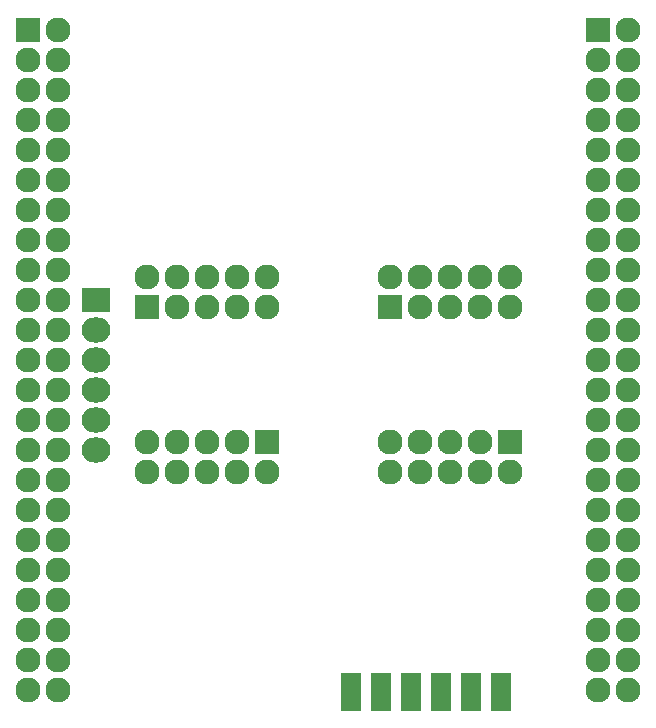
<source format=gbs>
G04 #@! TF.FileFunction,Soldermask,Bot*
%FSLAX46Y46*%
G04 Gerber Fmt 4.6, Leading zero omitted, Abs format (unit mm)*
G04 Created by KiCad (PCBNEW 4.0.3-stable) date 11/17/16 00:27:15*
%MOMM*%
%LPD*%
G01*
G04 APERTURE LIST*
%ADD10C,0.100000*%
%ADD11R,2.127200X2.127200*%
%ADD12O,2.127200X2.127200*%
%ADD13R,2.432000X2.127200*%
%ADD14O,2.432000X2.127200*%
%ADD15R,1.695400X3.194000*%
G04 APERTURE END LIST*
D10*
D11*
X126365000Y-95885000D03*
D12*
X128905000Y-95885000D03*
X126365000Y-98425000D03*
X128905000Y-98425000D03*
X126365000Y-100965000D03*
X128905000Y-100965000D03*
X126365000Y-103505000D03*
X128905000Y-103505000D03*
X126365000Y-106045000D03*
X128905000Y-106045000D03*
X126365000Y-108585000D03*
X128905000Y-108585000D03*
X126365000Y-111125000D03*
X128905000Y-111125000D03*
X126365000Y-113665000D03*
X128905000Y-113665000D03*
X126365000Y-116205000D03*
X128905000Y-116205000D03*
X126365000Y-118745000D03*
X128905000Y-118745000D03*
X126365000Y-121285000D03*
X128905000Y-121285000D03*
X126365000Y-123825000D03*
X128905000Y-123825000D03*
X126365000Y-126365000D03*
X128905000Y-126365000D03*
X126365000Y-128905000D03*
X128905000Y-128905000D03*
X126365000Y-131445000D03*
X128905000Y-131445000D03*
X126365000Y-133985000D03*
X128905000Y-133985000D03*
X126365000Y-136525000D03*
X128905000Y-136525000D03*
X126365000Y-139065000D03*
X128905000Y-139065000D03*
X126365000Y-141605000D03*
X128905000Y-141605000D03*
X126365000Y-144145000D03*
X128905000Y-144145000D03*
X126365000Y-146685000D03*
X128905000Y-146685000D03*
X126365000Y-149225000D03*
X128905000Y-149225000D03*
X126365000Y-151765000D03*
X128905000Y-151765000D03*
D11*
X78105000Y-95885000D03*
D12*
X80645000Y-95885000D03*
X78105000Y-98425000D03*
X80645000Y-98425000D03*
X78105000Y-100965000D03*
X80645000Y-100965000D03*
X78105000Y-103505000D03*
X80645000Y-103505000D03*
X78105000Y-106045000D03*
X80645000Y-106045000D03*
X78105000Y-108585000D03*
X80645000Y-108585000D03*
X78105000Y-111125000D03*
X80645000Y-111125000D03*
X78105000Y-113665000D03*
X80645000Y-113665000D03*
X78105000Y-116205000D03*
X80645000Y-116205000D03*
X78105000Y-118745000D03*
X80645000Y-118745000D03*
X78105000Y-121285000D03*
X80645000Y-121285000D03*
X78105000Y-123825000D03*
X80645000Y-123825000D03*
X78105000Y-126365000D03*
X80645000Y-126365000D03*
X78105000Y-128905000D03*
X80645000Y-128905000D03*
X78105000Y-131445000D03*
X80645000Y-131445000D03*
X78105000Y-133985000D03*
X80645000Y-133985000D03*
X78105000Y-136525000D03*
X80645000Y-136525000D03*
X78105000Y-139065000D03*
X80645000Y-139065000D03*
X78105000Y-141605000D03*
X80645000Y-141605000D03*
X78105000Y-144145000D03*
X80645000Y-144145000D03*
X78105000Y-146685000D03*
X80645000Y-146685000D03*
X78105000Y-149225000D03*
X80645000Y-149225000D03*
X78105000Y-151765000D03*
X80645000Y-151765000D03*
D13*
X83820000Y-118745000D03*
D14*
X83820000Y-121285000D03*
X83820000Y-123825000D03*
X83820000Y-126365000D03*
X83820000Y-128905000D03*
X83820000Y-131445000D03*
D11*
X98298000Y-130784600D03*
D12*
X98298000Y-133324600D03*
X95758000Y-130784600D03*
X95758000Y-133324600D03*
X93218000Y-130784600D03*
X93218000Y-133324600D03*
X90678000Y-130784600D03*
X90678000Y-133324600D03*
X88138000Y-130784600D03*
X88138000Y-133324600D03*
D11*
X108712000Y-119380000D03*
D12*
X108712000Y-116840000D03*
X111252000Y-119380000D03*
X111252000Y-116840000D03*
X113792000Y-119380000D03*
X113792000Y-116840000D03*
X116332000Y-119380000D03*
X116332000Y-116840000D03*
X118872000Y-119380000D03*
X118872000Y-116840000D03*
D11*
X88138000Y-119380000D03*
D12*
X88138000Y-116840000D03*
X90678000Y-119380000D03*
X90678000Y-116840000D03*
X93218000Y-119380000D03*
X93218000Y-116840000D03*
X95758000Y-119380000D03*
X95758000Y-116840000D03*
X98298000Y-119380000D03*
X98298000Y-116840000D03*
D11*
X118872000Y-130784600D03*
D12*
X118872000Y-133324600D03*
X116332000Y-130784600D03*
X116332000Y-133324600D03*
X113792000Y-130784600D03*
X113792000Y-133324600D03*
X111252000Y-130784600D03*
X111252000Y-133324600D03*
X108712000Y-130784600D03*
X108712000Y-133324600D03*
D15*
X105410000Y-151917400D03*
X107950000Y-151917400D03*
X110490000Y-151917400D03*
X113030000Y-151917400D03*
X115570000Y-151917400D03*
X118110000Y-151917400D03*
M02*

</source>
